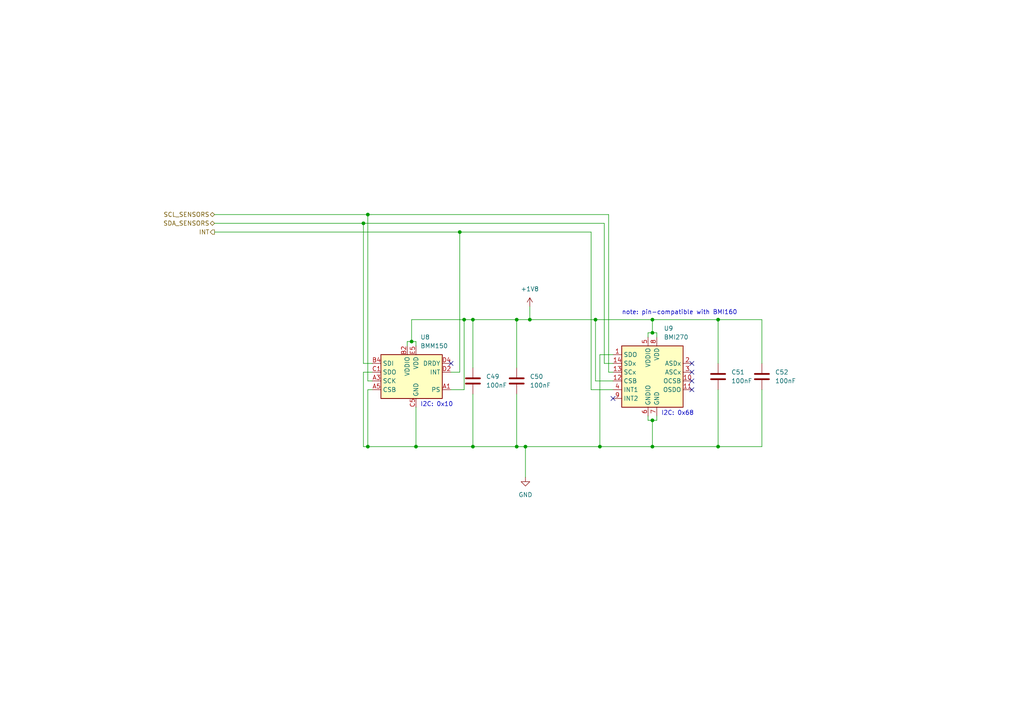
<source format=kicad_sch>
(kicad_sch (version 20211123) (generator eeschema)
  (paper "A4")
  (title_block (title "IMU & Compass") (rev "A") (company "Matthew Mirvish") (comment 1 "MWatch -- a cool smartwatch"))
  (lib_symbols
    (symbol "Device:C" (pin_numbers hide) (pin_names (offset 0.254))
      (property "Reference" "C" (at 0.635 2.54 0))
      (property "Value" "C" (at 0.635 -2.54 0))
      (symbol "C_0_1"
        (polyline (pts (xy -2.032 -0.762) (xy 2.032 -0.762)) (stroke (width 0.508)))
        (polyline (pts (xy -2.032 0.762) (xy 2.032 0.762)) (stroke (width 0.508)))
      )
      (symbol "C_1_1"
        (pin passive line (at 0 3.81 270) (length 2.794) (name "~") (number "1"))
        (pin passive line (at 0 -3.81 90) (length 2.794) (name "~") (number "2"))
      )
    )
    (symbol "Sensor_Magnetic:BMM150"
      (property "Reference" "U" (at -10.16 6.35 0))
      (property "Value" "BMM150" (at 7.62 6.35 0))
      (symbol "BMM150_0_1"
        (rectangle (start -10.16 5.08) (end 7.62 -7.62) (stroke (width 0.254)) (fill (type background)))
      )
      (symbol "BMM150_1_1"
        (pin input line (at 10.16 -5.08 180) (length 2.54) (name "PS") (number "A1"))
        (pin bidirectional line (at -12.7 -2.54 0) (length 2.54) (name "SCK") (number "A3"))
        (pin input line (at -12.7 -5.08 0) (length 2.54) (name "CSB") (number "A5"))
        (pin power_in line (at -2.54 7.62 270) (length 2.54) (name "VDDIO") (number "B2"))
        (pin bidirectional line (at -12.7 2.54 0) (length 2.54) (name "SDI") (number "B4"))
        (pin bidirectional line (at -12.7 0 0) (length 2.54) (name "SDO") (number "C1"))
        (pin power_in line (at 0 -10.16 90) (length 2.54) (name "GND") (number "C5"))
        (pin output line (at 10.16 0 180) (length 2.54) (name "INT") (number "D2"))
        (pin output line (at 10.16 2.54 180) (length 2.54) (name "DRDY") (number "D4"))
        (pin passive line (at 0 -10.16 90) (length 2.54) hide (name "GND") (number "E1"))
        (pin passive line (at 0 -10.16 90) (length 2.54) hide (name "GND") (number "E3"))
        (pin power_in line (at 0 7.62 270) (length 2.54) (name "VDD") (number "E5"))
      )
    )
    (symbol "Sensor_Motion:BMI160"
      (property "Reference" "U" (at -10.16 8.89 0))
      (property "Value" "BMI160" (at 7.62 8.89 0))
      (symbol "BMI160_1_1"
        (rectangle (start -10.16 7.62) (end 7.62 -10.16) (stroke (width 0.254)) (fill (type background)))
        (pin bidirectional line (at -12.7 5.08 0) (length 2.54) (name "SDO") (number "1"))
        (pin bidirectional line (at 10.16 -2.54 180) (length 2.54) (name "OCSB") (number "10"))
        (pin bidirectional line (at 10.16 -5.08 180) (length 2.54) (name "OSDO") (number "11"))
        (pin input line (at -12.7 -2.54 0) (length 2.54) (name "CSB") (number "12"))
        (pin input line (at -12.7 0 0) (length 2.54) (name "SCx") (number "13"))
        (pin bidirectional line (at -12.7 2.54 0) (length 2.54) (name "SDx") (number "14"))
        (pin bidirectional line (at 10.16 2.54 180) (length 2.54) (name "ASDx") (number "2"))
        (pin output line (at 10.16 0 180) (length 2.54) (name "ASCx") (number "3"))
        (pin bidirectional line (at -12.7 -5.08 0) (length 2.54) (name "INT1") (number "4"))
        (pin power_in line (at -2.54 10.16 270) (length 2.54) (name "VDDIO") (number "5"))
        (pin power_in line (at -2.54 -12.7 90) (length 2.54) (name "GNDIO") (number "6"))
        (pin power_in line (at 0 -12.7 90) (length 2.54) (name "GND") (number "7"))
        (pin power_in line (at 0 10.16 270) (length 2.54) (name "VDD") (number "8"))
        (pin bidirectional line (at -12.7 -7.62 0) (length 2.54) (name "INT2") (number "9"))
      )
    )
    (symbol "power:+1V8" (power) (pin_names (offset 0))
      (property "Value" "+1V8" (at 0 3.556 0))
      (symbol "+1V8_0_1"
        (polyline (pts (xy -0.762 1.27) (xy 0 2.54)))
        (polyline (pts (xy 0 0) (xy 0 2.54)))
        (polyline (pts (xy 0 2.54) (xy 0.762 1.27)))
      )
      (symbol "+1V8_1_1"
        (pin power_in line (at 0 0 90) (length 0) hide (name "+1V8") (number "1"))
      )
    )
    (symbol "power:GND" (power) (pin_names (offset 0))
      (property "Value" "GND" (at 0 -3.81 0))
      (symbol "GND_0_1"
        (polyline (pts (xy 0 0) (xy 0 -1.27) (xy 1.27 -1.27) (xy 0 -2.54) (xy -1.27 -1.27) (xy 0 -1.27)))
      )
      (symbol "GND_1_1"
        (pin power_in line (at 0 0 270) (length 0) hide (name "GND") (number "1"))
      )
    )
  )
  (junction (at 106.68 129.54))
  (junction (at 152.4 129.54))
  (junction (at 172.72 92.71))
  (junction (at 173.99 129.54))
  (junction (at 149.86 129.54))
  (junction (at 133.35 67.31))
  (junction (at 137.16 92.71))
  (junction (at 189.23 129.54))
  (junction (at 134.62 92.71))
  (junction (at 208.28 129.54))
  (junction (at 189.23 96.52))
  (junction (at 208.28 92.71))
  (junction (at 137.16 129.54))
  (junction (at 106.68 62.23))
  (junction (at 149.86 92.71))
  (junction (at 119.38 99.06))
  (junction (at 189.23 121.92))
  (junction (at 189.23 92.71))
  (junction (at 105.41 64.77))
  (junction (at 120.65 129.54))
  (junction (at 153.67 92.71))
  (no_connect (at 177.8 115.57))
  (no_connect (at 130.81 105.41))
  (no_connect (at 200.66 113.03))
  (no_connect (at 200.66 110.49))
  (no_connect (at 200.66 107.95))
  (no_connect (at 200.66 105.41))
  (wire (pts (xy 173.99 102.87) (xy 173.99 129.54)))
  (wire (pts (xy 189.23 129.54) (xy 208.28 129.54)))
  (wire (pts (xy 137.16 92.71) (xy 149.86 92.71)))
  (wire (pts (xy 62.23 67.31) (xy 133.35 67.31)))
  (wire (pts (xy 105.41 64.77) (xy 62.23 64.77)))
  (wire (pts (xy 149.86 92.71) (xy 149.86 106.68)))
  (wire (pts (xy 107.95 110.49) (xy 106.68 110.49)))
  (wire (pts (xy 105.41 105.41) (xy 105.41 64.77)))
  (wire (pts (xy 153.67 92.71) (xy 172.72 92.71)))
  (wire (pts (xy 137.16 92.71) (xy 137.16 106.68)))
  (wire (pts (xy 105.41 107.95) (xy 105.41 129.54)))
  (wire (pts (xy 172.72 110.49) (xy 172.72 92.71)))
  (wire (pts (xy 134.62 113.03) (xy 134.62 92.71)))
  (wire (pts (xy 137.16 114.3) (xy 137.16 129.54)))
  (wire (pts (xy 187.96 121.92) (xy 187.96 120.65)))
  (wire (pts (xy 106.68 62.23) (xy 176.53 62.23)))
  (wire (pts (xy 190.5 120.65) (xy 190.5 121.92)))
  (wire (pts (xy 189.23 96.52) (xy 187.96 96.52)))
  (wire (pts (xy 177.8 105.41) (xy 175.26 105.41)))
  (wire (pts (xy 107.95 113.03) (xy 106.68 113.03)))
  (wire (pts (xy 106.68 110.49) (xy 106.68 62.23)))
  (wire (pts (xy 152.4 138.43) (xy 152.4 129.54)))
  (wire (pts (xy 208.28 92.71) (xy 208.28 105.41)))
  (wire (pts (xy 176.53 62.23) (xy 176.53 107.95)))
  (wire (pts (xy 175.26 105.41) (xy 175.26 64.77)))
  (wire (pts (xy 189.23 92.71) (xy 208.28 92.71)))
  (wire (pts (xy 189.23 129.54) (xy 189.23 121.92)))
  (wire (pts (xy 120.65 129.54) (xy 137.16 129.54)))
  (wire (pts (xy 149.86 129.54) (xy 152.4 129.54)))
  (wire (pts (xy 208.28 129.54) (xy 208.28 113.03)))
  (wire (pts (xy 171.45 67.31) (xy 171.45 113.03)))
  (wire (pts (xy 149.86 114.3) (xy 149.86 129.54)))
  (wire (pts (xy 208.28 129.54) (xy 220.98 129.54)))
  (wire (pts (xy 137.16 129.54) (xy 149.86 129.54)))
  (wire (pts (xy 189.23 121.92) (xy 187.96 121.92)))
  (wire (pts (xy 118.11 99.06) (xy 118.11 100.33)))
  (wire (pts (xy 175.26 64.77) (xy 105.41 64.77)))
  (wire (pts (xy 208.28 92.71) (xy 220.98 92.71)))
  (wire (pts (xy 190.5 96.52) (xy 189.23 96.52)))
  (wire (pts (xy 173.99 129.54) (xy 189.23 129.54)))
  (wire (pts (xy 153.67 92.71) (xy 153.67 88.9)))
  (wire (pts (xy 106.68 113.03) (xy 106.68 129.54)))
  (wire (pts (xy 177.8 102.87) (xy 173.99 102.87)))
  (wire (pts (xy 190.5 97.79) (xy 190.5 96.52)))
  (wire (pts (xy 171.45 113.03) (xy 177.8 113.03)))
  (wire (pts (xy 133.35 107.95) (xy 130.81 107.95)))
  (wire (pts (xy 149.86 92.71) (xy 153.67 92.71)))
  (wire (pts (xy 130.81 113.03) (xy 134.62 113.03)))
  (wire (pts (xy 62.23 62.23) (xy 106.68 62.23)))
  (wire (pts (xy 119.38 99.06) (xy 120.65 99.06)))
  (wire (pts (xy 119.38 99.06) (xy 119.38 92.71)))
  (wire (pts (xy 176.53 107.95) (xy 177.8 107.95)))
  (wire (pts (xy 177.8 110.49) (xy 172.72 110.49)))
  (wire (pts (xy 118.11 99.06) (xy 119.38 99.06)))
  (wire (pts (xy 220.98 92.71) (xy 220.98 105.41)))
  (wire (pts (xy 120.65 100.33) (xy 120.65 99.06)))
  (wire (pts (xy 189.23 121.92) (xy 190.5 121.92)))
  (wire (pts (xy 172.72 92.71) (xy 189.23 92.71)))
  (wire (pts (xy 119.38 92.71) (xy 134.62 92.71)))
  (wire (pts (xy 107.95 105.41) (xy 105.41 105.41)))
  (wire (pts (xy 105.41 129.54) (xy 106.68 129.54)))
  (wire (pts (xy 106.68 129.54) (xy 120.65 129.54)))
  (wire (pts (xy 107.95 107.95) (xy 105.41 107.95)))
  (wire (pts (xy 187.96 96.52) (xy 187.96 97.79)))
  (wire (pts (xy 133.35 67.31) (xy 133.35 107.95)))
  (wire (pts (xy 134.62 92.71) (xy 137.16 92.71)))
  (wire (pts (xy 120.65 118.11) (xy 120.65 129.54)))
  (wire (pts (xy 189.23 92.71) (xy 189.23 96.52)))
  (wire (pts (xy 133.35 67.31) (xy 171.45 67.31)))
  (wire (pts (xy 220.98 113.03) (xy 220.98 129.54)))
  (wire (pts (xy 152.4 129.54) (xy 173.99 129.54)))
  (text "I2C: 0x10" (at 121.92 118.11 0) (effects (font (size 1.27 1.27)) (justify left bottom)))
  (text "note: pin-compatible with BMI160" (at 180.34 91.44 0) (effects (font (size 1.27 1.27)) (justify left bottom)))
  (text "I2C: 0x68" (at 191.77 120.65 0) (effects (font (size 1.27 1.27)) (justify left bottom)))
  (hierarchical_label "SDA_SENSORS" (shape bidirectional) (at 62.23 64.77 180))
  (hierarchical_label "SCL_SENSORS" (shape bidirectional) (at 62.23 62.23 180))
  (hierarchical_label "INT" (shape output) (at 62.23 67.31 180))
  (symbol (lib_id "Sensor_Motion:BMI160") (at 190.5 107.95 0) (unit 1)
    (property "Reference" "U9" (at 192.5194 95.25 0) (effects (justify left)))
    (property "Value" "BMI270" (at 192.5194 97.79 0) (effects (justify left)))
    (property "Footprint" "Package_LGA:Bosch_LGA-14_3x2.5mm_P0.5mm" (effects hide))
    (property "Datasheet" "https://ae-bst.resource.bosch.com/media/_tech/media/datasheets/BST-BMI160-DS000.pdf" (effects hide))
    (property "Description" "SENSOR IMU ACCEL/GYRO I2C/SPI 14LGA" (effects hide))
    (property "MPN" "BMI270" (effects hide))
  )
  (symbol (lib_id "Device:C") (at 220.98 109.22 0) (unit 1)
    (property "Reference" "C52" (at 224.79 107.9499 0) (effects (justify left)))
    (property "Value" "100nF" (at 224.79 110.4899 0) (effects (justify left)))
    (property "Footprint" "Capacitor_SMD:C_0201_0603Metric" (effects hide))
    (property "Description" "CAP CERM 100nF +/10% 25V X5R 0201" (effects hide))
  )
  (symbol (lib_id "Sensor_Magnetic:BMM150") (at 120.65 107.95 0) (unit 1)
    (property "Reference" "U8" (at 121.92 97.79 0) (effects (justify left)))
    (property "Value" "BMM150" (at 121.92 100.33 0) (effects (justify left)))
    (property "Footprint" "Package_CSP:WLCSP-12_1.56x1.56mm_P0.4mm" (effects hide))
    (property "Datasheet" "https://www.mouser.com/datasheet/2/783/BST-BMM150-DS001-01-786480.pdf" (effects hide))
    (property "Description" "SENSOR FLIPCORE/HALL I2C/SPI 12WLCSP" (effects hide))
    (property "MPN" "BMM150" (effects hide))
  )
  (symbol (lib_id "Device:C") (at 137.16 110.49 0) (unit 1)
    (property "Reference" "C49" (at 140.97 109.2199 0) (effects (justify left)))
    (property "Value" "100nF" (at 140.97 111.76 0) (effects (justify left)))
    (property "Footprint" "Capacitor_SMD:C_0201_0603Metric" (effects hide))
    (property "Description" "CAP CERM 100nF +/10% 25V X5R 0201" (effects hide))
  )
  (symbol (lib_id "power:+1V8") (at 153.67 88.9 0) (unit 1)
    (property "Reference" "#PWR040" (effects hide))
    (property "Value" "+1V8" (at 153.67 83.82 0))
  )
  (symbol (lib_id "Device:C") (at 149.86 110.49 0) (unit 1)
    (property "Reference" "C50" (at 153.67 109.2199 0) (effects (justify left)))
    (property "Value" "100nF" (at 153.67 111.7599 0) (effects (justify left)))
    (property "Footprint" "Capacitor_SMD:C_0201_0603Metric" (effects hide))
    (property "Description" "CAP CERM 100nF +/10% 25V X5R 0201" (effects hide))
  )
  (symbol (lib_id "power:GND") (at 152.4 138.43 0) (unit 1)
    (property "Reference" "#PWR039" (effects hide))
    (property "Value" "GND" (at 152.4 143.51 0))
  )
  (symbol (lib_id "Device:C") (at 208.28 109.22 0) (unit 1)
    (property "Reference" "C51" (at 212.09 107.9499 0) (effects (justify left)))
    (property "Value" "100nF" (at 212.09 110.49 0) (effects (justify left)))
    (property "Footprint" "Capacitor_SMD:C_0201_0603Metric" (effects hide))
    (property "Description" "CAP CERM 100nF +/10% 25V X5R 0201" (effects hide))
  )
)
</source>
